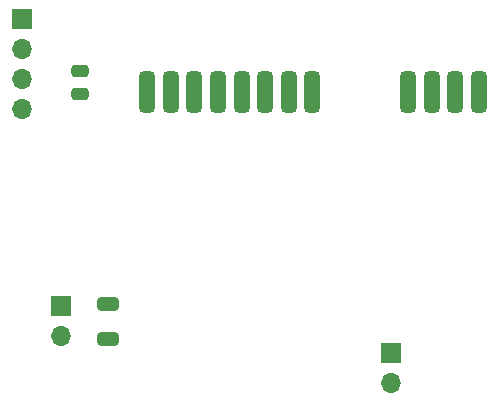
<source format=gbr>
%TF.GenerationSoftware,KiCad,Pcbnew,9.0.0*%
%TF.CreationDate,2025-03-25T20:09:50+01:00*%
%TF.ProjectId,raumtemp_front,7261756d-7465-46d7-905f-66726f6e742e,rev?*%
%TF.SameCoordinates,Original*%
%TF.FileFunction,Soldermask,Top*%
%TF.FilePolarity,Negative*%
%FSLAX46Y46*%
G04 Gerber Fmt 4.6, Leading zero omitted, Abs format (unit mm)*
G04 Created by KiCad (PCBNEW 9.0.0) date 2025-03-25 20:09:50*
%MOMM*%
%LPD*%
G01*
G04 APERTURE LIST*
G04 Aperture macros list*
%AMRoundRect*
0 Rectangle with rounded corners*
0 $1 Rounding radius*
0 $2 $3 $4 $5 $6 $7 $8 $9 X,Y pos of 4 corners*
0 Add a 4 corners polygon primitive as box body*
4,1,4,$2,$3,$4,$5,$6,$7,$8,$9,$2,$3,0*
0 Add four circle primitives for the rounded corners*
1,1,$1+$1,$2,$3*
1,1,$1+$1,$4,$5*
1,1,$1+$1,$6,$7*
1,1,$1+$1,$8,$9*
0 Add four rect primitives between the rounded corners*
20,1,$1+$1,$2,$3,$4,$5,0*
20,1,$1+$1,$4,$5,$6,$7,0*
20,1,$1+$1,$6,$7,$8,$9,0*
20,1,$1+$1,$8,$9,$2,$3,0*%
G04 Aperture macros list end*
%ADD10RoundRect,0.250000X0.475000X-0.250000X0.475000X0.250000X-0.475000X0.250000X-0.475000X-0.250000X0*%
%ADD11R,1.700000X1.700000*%
%ADD12O,1.700000X1.700000*%
%ADD13RoundRect,0.250000X-0.650000X0.325000X-0.650000X-0.325000X0.650000X-0.325000X0.650000X0.325000X0*%
%ADD14RoundRect,0.325000X0.325000X1.425000X-0.325000X1.425000X-0.325000X-1.425000X0.325000X-1.425000X0*%
G04 APERTURE END LIST*
D10*
%TO.C,C1*%
X150550000Y-98200000D03*
X150550000Y-96300000D03*
%TD*%
D11*
%TO.C,J3*%
X145600000Y-91900000D03*
D12*
X145600000Y-94440000D03*
X145600000Y-96980000D03*
X145600000Y-99520000D03*
%TD*%
D11*
%TO.C,J5*%
X176825000Y-120200000D03*
D12*
X176825000Y-122740000D03*
%TD*%
D13*
%TO.C,C2*%
X152900000Y-116025000D03*
X152900000Y-118975000D03*
%TD*%
D14*
%TO.C,J1*%
X184300000Y-98100000D03*
X182300000Y-98100000D03*
X180300000Y-98100000D03*
X178300000Y-98100000D03*
%TD*%
%TO.C,J2*%
X170200000Y-98100000D03*
X168200000Y-98100000D03*
X166200000Y-98100000D03*
X164200000Y-98100000D03*
X162200000Y-98100000D03*
X160200000Y-98100000D03*
X158200000Y-98100000D03*
X156200000Y-98100000D03*
%TD*%
D11*
%TO.C,J4*%
X148925000Y-116200000D03*
D12*
X148925000Y-118740000D03*
%TD*%
M02*

</source>
